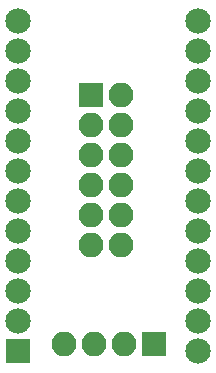
<source format=gbr>
G04 #@! TF.FileFunction,Soldermask,Bot*
%FSLAX46Y46*%
G04 Gerber Fmt 4.6, Leading zero omitted, Abs format (unit mm)*
G04 Created by KiCad (PCBNEW 4.0.7) date 09/17/18 10:08:34*
%MOMM*%
%LPD*%
G01*
G04 APERTURE LIST*
%ADD10C,0.100000*%
%ADD11R,2.152600X2.152600*%
%ADD12C,2.152600*%
%ADD13R,2.100000X2.100000*%
%ADD14O,2.100000X2.100000*%
G04 APERTURE END LIST*
D10*
D11*
X140881100Y-117449600D03*
D12*
X140881100Y-114909600D03*
X140881100Y-112369600D03*
X140881100Y-109829600D03*
X140881100Y-107289600D03*
X140881100Y-104749600D03*
X140881100Y-102209600D03*
X140881100Y-99669600D03*
X140881100Y-97129600D03*
X140881100Y-94589600D03*
X140881100Y-92049600D03*
X140881100Y-89509600D03*
X156121100Y-89509600D03*
X156121100Y-92049600D03*
X156121100Y-94589600D03*
X156121100Y-97129600D03*
X156121100Y-99669600D03*
X156121100Y-102209600D03*
X156121100Y-104749600D03*
X156121100Y-107289600D03*
X156121100Y-109829600D03*
X156121100Y-112369600D03*
X156121100Y-114909600D03*
X156121100Y-117449600D03*
D13*
X147066000Y-95758000D03*
D14*
X149606000Y-95758000D03*
X147066000Y-98298000D03*
X149606000Y-98298000D03*
X147066000Y-100838000D03*
X149606000Y-100838000D03*
X147066000Y-103378000D03*
X149606000Y-103378000D03*
X147066000Y-105918000D03*
X149606000Y-105918000D03*
X147066000Y-108458000D03*
X149606000Y-108458000D03*
D13*
X152400000Y-116840000D03*
D14*
X149860000Y-116840000D03*
X147320000Y-116840000D03*
X144780000Y-116840000D03*
M02*

</source>
